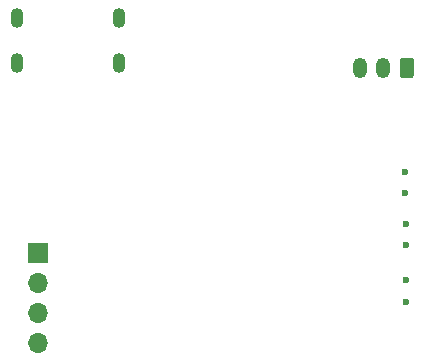
<source format=gbr>
G04 #@! TF.GenerationSoftware,KiCad,Pcbnew,(5.1.10)-1*
G04 #@! TF.CreationDate,2021-08-19T16:08:58+09:00*
G04 #@! TF.ProjectId,cat_toilet,6361745f-746f-4696-9c65-742e6b696361,rev?*
G04 #@! TF.SameCoordinates,Original*
G04 #@! TF.FileFunction,Soldermask,Bot*
G04 #@! TF.FilePolarity,Negative*
%FSLAX46Y46*%
G04 Gerber Fmt 4.6, Leading zero omitted, Abs format (unit mm)*
G04 Created by KiCad (PCBNEW (5.1.10)-1) date 2021-08-19 16:08:58*
%MOMM*%
%LPD*%
G01*
G04 APERTURE LIST*
%ADD10R,1.700000X1.700000*%
%ADD11O,1.700000X1.700000*%
%ADD12O,1.200000X1.750000*%
%ADD13C,0.600000*%
%ADD14O,1.100000X1.700000*%
G04 APERTURE END LIST*
D10*
X3300000Y-22500000D03*
D11*
X3300000Y-25040000D03*
X3300000Y-27580000D03*
X3300000Y-30120000D03*
G36*
G01*
X35100000Y-6174999D02*
X35100000Y-7425001D01*
G75*
G02*
X34850001Y-7675000I-249999J0D01*
G01*
X34149999Y-7675000D01*
G75*
G02*
X33900000Y-7425001I0J249999D01*
G01*
X33900000Y-6174999D01*
G75*
G02*
X34149999Y-5925000I249999J0D01*
G01*
X34850001Y-5925000D01*
G75*
G02*
X35100000Y-6174999I0J-249999D01*
G01*
G37*
D12*
X32500000Y-6800000D03*
X30500000Y-6800000D03*
D13*
X34400000Y-26600000D03*
X34400000Y-24800000D03*
X34400000Y-20000000D03*
X34400000Y-21800000D03*
X34375000Y-17400000D03*
X34375000Y-15600000D03*
D14*
X1480000Y-6400000D03*
X10120000Y-6400000D03*
X1480000Y-2600000D03*
X10120000Y-2600000D03*
M02*

</source>
